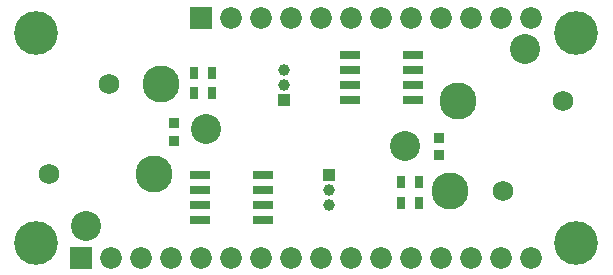
<source format=gbr>
G04 #@! TF.FileFunction,Soldermask,Bot*
%FSLAX46Y46*%
G04 Gerber Fmt 4.6, Leading zero omitted, Abs format (unit mm)*
G04 Created by KiCad (PCBNEW 4.0.7) date Wed Jun 13 11:36:42 2018*
%MOMM*%
%LPD*%
G01*
G04 APERTURE LIST*
%ADD10C,0.100000*%
%ADD11R,0.890000X0.940000*%
%ADD12R,1.840000X1.840000*%
%ADD13O,1.840000X1.840000*%
%ADD14R,0.990000X0.990000*%
%ADD15C,0.990000*%
%ADD16C,3.696000*%
%ADD17R,0.640000X1.040000*%
%ADD18R,1.690000X0.740000*%
%ADD19C,1.740000*%
%ADD20C,3.140000*%
%ADD21C,2.540000*%
G04 APERTURE END LIST*
D10*
D11*
X14150000Y12680000D03*
X14150000Y11180000D03*
X36650000Y9930000D03*
X36650000Y11430000D03*
D12*
X6350000Y1270000D03*
D13*
X8890000Y1270000D03*
X11430000Y1270000D03*
X13970000Y1270000D03*
X16510000Y1270000D03*
X19050000Y1270000D03*
X21590000Y1270000D03*
X24130000Y1270000D03*
X26670000Y1270000D03*
X29210000Y1270000D03*
X31750000Y1270000D03*
X34290000Y1270000D03*
X36830000Y1270000D03*
X39370000Y1270000D03*
X41910000Y1270000D03*
X44450000Y1270000D03*
D12*
X16510000Y21590000D03*
D13*
X19050000Y21590000D03*
X21590000Y21590000D03*
X24130000Y21590000D03*
X26670000Y21590000D03*
X29210000Y21590000D03*
X31750000Y21590000D03*
X34290000Y21590000D03*
X36830000Y21590000D03*
X39370000Y21590000D03*
X41910000Y21590000D03*
X44450000Y21590000D03*
D14*
X23495000Y14625000D03*
D15*
X23495000Y15875000D03*
X23495000Y17125000D03*
D14*
X27305000Y8235000D03*
D15*
X27305000Y6985000D03*
X27305000Y5735000D03*
D16*
X2540000Y20320000D03*
X48260000Y20320000D03*
X2540000Y2540000D03*
X48260000Y2540000D03*
D17*
X15900000Y15180000D03*
X17400000Y15180000D03*
X17400000Y16930000D03*
X15900000Y16930000D03*
X34900000Y7680000D03*
X33400000Y7680000D03*
X33400000Y5930000D03*
X34900000Y5930000D03*
D18*
X21750000Y8255000D03*
X21750000Y6985000D03*
X21750000Y5715000D03*
X21750000Y4445000D03*
X16350000Y4445000D03*
X16350000Y5715000D03*
X16350000Y6985000D03*
X16350000Y8255000D03*
X29050000Y14605000D03*
X29050000Y15875000D03*
X29050000Y17145000D03*
X29050000Y18415000D03*
X34450000Y18415000D03*
X34450000Y17145000D03*
X34450000Y15875000D03*
X34450000Y14605000D03*
D19*
X47090000Y14490000D03*
X42010000Y6870000D03*
D20*
X38200000Y14490000D03*
X37565000Y6870000D03*
D21*
X33755000Y10680000D03*
X43900000Y18930000D03*
D19*
X3585000Y8370000D03*
X8665000Y15990000D03*
D20*
X12475000Y8370000D03*
X13110000Y15990000D03*
D21*
X16920000Y12180000D03*
X6775000Y3930000D03*
M02*

</source>
